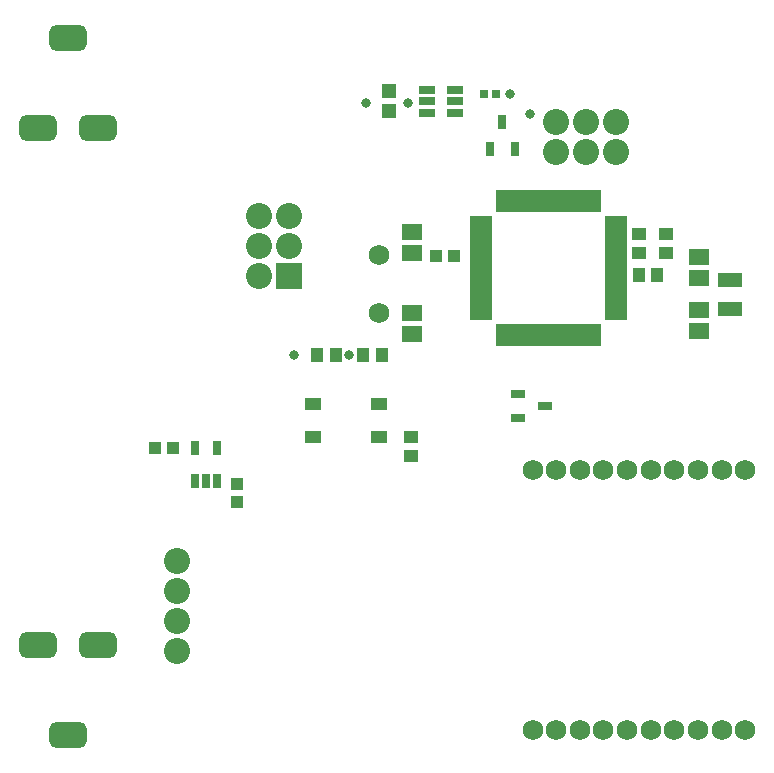
<source format=gts>
G04*
<<<<<<< HEAD
G04 #@! TF.GenerationSoftware,Altium Limited,Altium Designer,19.1.8 (144)*
=======
G04 #@! TF.GenerationSoftware,Altium Limited,Altium Designer,18.1.9 (240)*
>>>>>>> 4cfc54094d38d1d71729780dd251eca48cae381b
G04*
G04 Layer_Color=8388736*
%FSLAX25Y25*%
%MOIN*%
G70*
G01*
G75*
%ADD19R,0.03950X0.03950*%
%ADD20R,0.03162X0.05131*%
%ADD21R,0.04343X0.04737*%
%ADD22R,0.03950X0.03950*%
%ADD23R,0.02965X0.04540*%
%ADD24R,0.04737X0.04343*%
%ADD25R,0.02769X0.03162*%
%ADD26R,0.04540X0.02965*%
%ADD27R,0.05524X0.03950*%
%ADD28R,0.04737X0.05131*%
%ADD29R,0.05600X0.02800*%
%ADD30R,0.07480X0.03347*%
%ADD31R,0.03347X0.07480*%
%ADD32R,0.04698X0.04265*%
%ADD33R,0.06509X0.05328*%
%ADD34R,0.07887X0.04737*%
%ADD35C,0.08674*%
%ADD36C,0.06800*%
%ADD37R,0.08674X0.08674*%
G04:AMPARAMS|DCode=38|XSize=86.74mil|YSize=126.11mil|CornerRadius=23.68mil|HoleSize=0mil|Usage=FLASHONLY|Rotation=270.000|XOffset=0mil|YOffset=0mil|HoleType=Round|Shape=RoundedRectangle|*
%AMROUNDEDRECTD38*
21,1,0.08674,0.07874,0,0,270.0*
21,1,0.03937,0.12611,0,0,270.0*
1,1,0.04737,-0.03937,-0.01968*
1,1,0.04737,-0.03937,0.01968*
1,1,0.04737,0.03937,0.01968*
1,1,0.04737,0.03937,-0.01968*
%
%ADD38ROUNDEDRECTD38*%
%ADD39C,0.03162*%
D19*
X275450Y288976D02*
D03*
Y294882D02*
D03*
D20*
X261417Y306890D02*
D03*
X268898D02*
D03*
Y295866D02*
D03*
X261417D02*
D03*
X265158D02*
D03*
D21*
X302165Y337992D02*
D03*
X308465D02*
D03*
X317520D02*
D03*
X323819D02*
D03*
X409350Y364500D02*
D03*
X415650D02*
D03*
D22*
X248228Y307087D02*
D03*
X254134D02*
D03*
X342000Y371000D02*
D03*
X347905D02*
D03*
D23*
X364000Y415429D02*
D03*
X368055Y406571D02*
D03*
X359945D02*
D03*
D24*
X409500Y371850D02*
D03*
Y378150D02*
D03*
X333500Y304350D02*
D03*
Y310650D02*
D03*
D25*
X361811Y425000D02*
D03*
X357874D02*
D03*
D26*
X378126Y321035D02*
D03*
X369268Y316980D02*
D03*
Y325091D02*
D03*
D27*
X301000Y321512D02*
D03*
X323000D02*
D03*
X301000Y310488D02*
D03*
X323000D02*
D03*
D28*
X326181Y425787D02*
D03*
Y419095D02*
D03*
D29*
X348304Y418741D02*
D03*
Y422441D02*
D03*
Y426141D02*
D03*
X338704D02*
D03*
Y422441D02*
D03*
Y418741D02*
D03*
D30*
X401724Y382598D02*
D03*
Y376299D02*
D03*
Y379449D02*
D03*
Y370000D02*
D03*
Y373150D02*
D03*
Y366850D02*
D03*
Y360551D02*
D03*
Y363701D02*
D03*
Y357402D02*
D03*
Y351102D02*
D03*
Y354252D02*
D03*
X357000Y382598D02*
D03*
Y376299D02*
D03*
Y379449D02*
D03*
Y373150D02*
D03*
Y366850D02*
D03*
Y370000D02*
D03*
Y360551D02*
D03*
Y363701D02*
D03*
Y354252D02*
D03*
Y357402D02*
D03*
Y351102D02*
D03*
D31*
X395110Y389213D02*
D03*
X391961D02*
D03*
X388811D02*
D03*
X385661D02*
D03*
X388811Y344488D02*
D03*
X385661D02*
D03*
X395110D02*
D03*
X391961D02*
D03*
X373063Y389213D02*
D03*
X376213D02*
D03*
X369913D02*
D03*
X382512D02*
D03*
X379362D02*
D03*
X366764D02*
D03*
X363614D02*
D03*
X373063Y344488D02*
D03*
X376213D02*
D03*
X382512D02*
D03*
X379362D02*
D03*
X369913D02*
D03*
X366764D02*
D03*
X363614D02*
D03*
D32*
X418500Y371791D02*
D03*
Y378209D02*
D03*
D33*
X334000Y352043D02*
D03*
Y344957D02*
D03*
X334000Y371957D02*
D03*
Y379043D02*
D03*
X429500Y345957D02*
D03*
Y353043D02*
D03*
X429500Y370587D02*
D03*
Y363500D02*
D03*
D34*
X440000Y353157D02*
D03*
Y363000D02*
D03*
D35*
X255512Y259291D02*
D03*
Y269291D02*
D03*
Y249291D02*
D03*
Y239291D02*
D03*
X392000Y405500D02*
D03*
X402000D02*
D03*
X382000D02*
D03*
Y415500D02*
D03*
X392000D02*
D03*
X402000D02*
D03*
X282874Y374410D02*
D03*
X292874D02*
D03*
X282874Y364409D02*
D03*
X292874Y384409D02*
D03*
X282874D02*
D03*
D36*
X437008Y213006D02*
D03*
X429134D02*
D03*
X444882D02*
D03*
X413386D02*
D03*
X421260D02*
D03*
X437008Y299606D02*
D03*
X429134D02*
D03*
X444882D02*
D03*
X413386D02*
D03*
X421260D02*
D03*
X397638Y213006D02*
D03*
X389764D02*
D03*
X405512D02*
D03*
X374016D02*
D03*
X381890D02*
D03*
X397638Y299606D02*
D03*
X389764D02*
D03*
X405512D02*
D03*
X374016D02*
D03*
X381890D02*
D03*
X323000Y352000D02*
D03*
Y371213D02*
D03*
D37*
X292874Y364409D02*
D03*
D38*
X219252Y443622D02*
D03*
X209252Y413622D02*
D03*
X229252D02*
D03*
Y241339D02*
D03*
X209252D02*
D03*
X219252Y211339D02*
D03*
D39*
X332480Y422047D02*
D03*
X318504Y421850D02*
D03*
X373228Y418110D02*
D03*
X366339Y425000D02*
D03*
X312992Y337992D02*
D03*
X294488D02*
D03*
M02*

</source>
